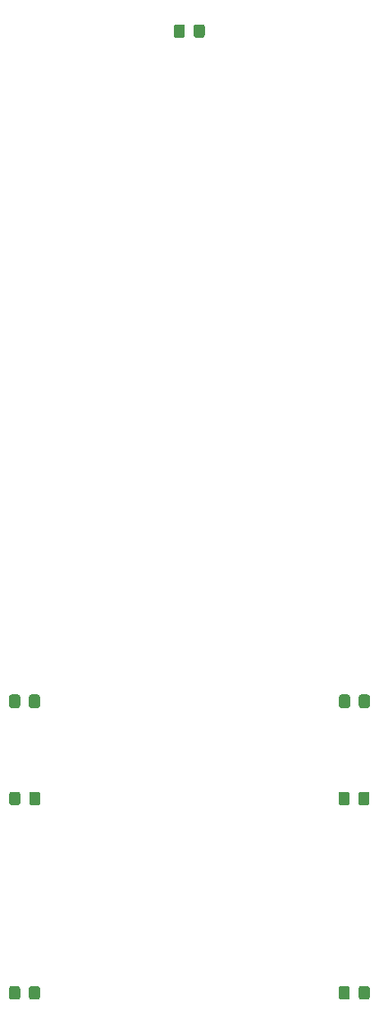
<source format=gtp>
G04 #@! TF.GenerationSoftware,KiCad,Pcbnew,(5.1.9)-1*
G04 #@! TF.CreationDate,2021-04-12T22:44:31+02:00*
G04 #@! TF.ProjectId,KicadJE_Face,4b696361-644a-4455-9f46-6163652e6b69,rev?*
G04 #@! TF.SameCoordinates,Original*
G04 #@! TF.FileFunction,Paste,Top*
G04 #@! TF.FilePolarity,Positive*
%FSLAX46Y46*%
G04 Gerber Fmt 4.6, Leading zero omitted, Abs format (unit mm)*
G04 Created by KiCad (PCBNEW (5.1.9)-1) date 2021-04-12 22:44:31*
%MOMM*%
%LPD*%
G01*
G04 APERTURE LIST*
G04 APERTURE END LIST*
G36*
G01*
X211375000Y-46450001D02*
X211375000Y-45549999D01*
G75*
G02*
X211624999Y-45300000I249999J0D01*
G01*
X212275001Y-45300000D01*
G75*
G02*
X212525000Y-45549999I0J-249999D01*
G01*
X212525000Y-46450001D01*
G75*
G02*
X212275001Y-46700000I-249999J0D01*
G01*
X211624999Y-46700000D01*
G75*
G02*
X211375000Y-46450001I0J249999D01*
G01*
G37*
G36*
G01*
X213425000Y-46450001D02*
X213425000Y-45549999D01*
G75*
G02*
X213674999Y-45300000I249999J0D01*
G01*
X214325001Y-45300000D01*
G75*
G02*
X214575000Y-45549999I0J-249999D01*
G01*
X214575000Y-46450001D01*
G75*
G02*
X214325001Y-46700000I-249999J0D01*
G01*
X213674999Y-46700000D01*
G75*
G02*
X213425000Y-46450001I0J249999D01*
G01*
G37*
G36*
G01*
X194375000Y-115450001D02*
X194375000Y-114549999D01*
G75*
G02*
X194624999Y-114300000I249999J0D01*
G01*
X195275001Y-114300000D01*
G75*
G02*
X195525000Y-114549999I0J-249999D01*
G01*
X195525000Y-115450001D01*
G75*
G02*
X195275001Y-115700000I-249999J0D01*
G01*
X194624999Y-115700000D01*
G75*
G02*
X194375000Y-115450001I0J249999D01*
G01*
G37*
G36*
G01*
X196425000Y-115450001D02*
X196425000Y-114549999D01*
G75*
G02*
X196674999Y-114300000I249999J0D01*
G01*
X197325001Y-114300000D01*
G75*
G02*
X197575000Y-114549999I0J-249999D01*
G01*
X197575000Y-115450001D01*
G75*
G02*
X197325001Y-115700000I-249999J0D01*
G01*
X196674999Y-115700000D01*
G75*
G02*
X196425000Y-115450001I0J249999D01*
G01*
G37*
G36*
G01*
X230475000Y-115450001D02*
X230475000Y-114549999D01*
G75*
G02*
X230724999Y-114300000I249999J0D01*
G01*
X231375001Y-114300000D01*
G75*
G02*
X231625000Y-114549999I0J-249999D01*
G01*
X231625000Y-115450001D01*
G75*
G02*
X231375001Y-115700000I-249999J0D01*
G01*
X230724999Y-115700000D01*
G75*
G02*
X230475000Y-115450001I0J249999D01*
G01*
G37*
G36*
G01*
X228425000Y-115450001D02*
X228425000Y-114549999D01*
G75*
G02*
X228674999Y-114300000I249999J0D01*
G01*
X229325001Y-114300000D01*
G75*
G02*
X229575000Y-114549999I0J-249999D01*
G01*
X229575000Y-115450001D01*
G75*
G02*
X229325001Y-115700000I-249999J0D01*
G01*
X228674999Y-115700000D01*
G75*
G02*
X228425000Y-115450001I0J249999D01*
G01*
G37*
G36*
G01*
X194400000Y-125450001D02*
X194400000Y-124549999D01*
G75*
G02*
X194649999Y-124300000I249999J0D01*
G01*
X195300001Y-124300000D01*
G75*
G02*
X195550000Y-124549999I0J-249999D01*
G01*
X195550000Y-125450001D01*
G75*
G02*
X195300001Y-125700000I-249999J0D01*
G01*
X194649999Y-125700000D01*
G75*
G02*
X194400000Y-125450001I0J249999D01*
G01*
G37*
G36*
G01*
X196450000Y-125450001D02*
X196450000Y-124549999D01*
G75*
G02*
X196699999Y-124300000I249999J0D01*
G01*
X197350001Y-124300000D01*
G75*
G02*
X197600000Y-124549999I0J-249999D01*
G01*
X197600000Y-125450001D01*
G75*
G02*
X197350001Y-125700000I-249999J0D01*
G01*
X196699999Y-125700000D01*
G75*
G02*
X196450000Y-125450001I0J249999D01*
G01*
G37*
G36*
G01*
X230425000Y-125450001D02*
X230425000Y-124549999D01*
G75*
G02*
X230674999Y-124300000I249999J0D01*
G01*
X231325001Y-124300000D01*
G75*
G02*
X231575000Y-124549999I0J-249999D01*
G01*
X231575000Y-125450001D01*
G75*
G02*
X231325001Y-125700000I-249999J0D01*
G01*
X230674999Y-125700000D01*
G75*
G02*
X230425000Y-125450001I0J249999D01*
G01*
G37*
G36*
G01*
X228375000Y-125450001D02*
X228375000Y-124549999D01*
G75*
G02*
X228624999Y-124300000I249999J0D01*
G01*
X229275001Y-124300000D01*
G75*
G02*
X229525000Y-124549999I0J-249999D01*
G01*
X229525000Y-125450001D01*
G75*
G02*
X229275001Y-125700000I-249999J0D01*
G01*
X228624999Y-125700000D01*
G75*
G02*
X228375000Y-125450001I0J249999D01*
G01*
G37*
G36*
G01*
X194375000Y-145450001D02*
X194375000Y-144549999D01*
G75*
G02*
X194624999Y-144300000I249999J0D01*
G01*
X195275001Y-144300000D01*
G75*
G02*
X195525000Y-144549999I0J-249999D01*
G01*
X195525000Y-145450001D01*
G75*
G02*
X195275001Y-145700000I-249999J0D01*
G01*
X194624999Y-145700000D01*
G75*
G02*
X194375000Y-145450001I0J249999D01*
G01*
G37*
G36*
G01*
X196425000Y-145450001D02*
X196425000Y-144549999D01*
G75*
G02*
X196674999Y-144300000I249999J0D01*
G01*
X197325001Y-144300000D01*
G75*
G02*
X197575000Y-144549999I0J-249999D01*
G01*
X197575000Y-145450001D01*
G75*
G02*
X197325001Y-145700000I-249999J0D01*
G01*
X196674999Y-145700000D01*
G75*
G02*
X196425000Y-145450001I0J249999D01*
G01*
G37*
G36*
G01*
X230450000Y-145450001D02*
X230450000Y-144549999D01*
G75*
G02*
X230699999Y-144300000I249999J0D01*
G01*
X231350001Y-144300000D01*
G75*
G02*
X231600000Y-144549999I0J-249999D01*
G01*
X231600000Y-145450001D01*
G75*
G02*
X231350001Y-145700000I-249999J0D01*
G01*
X230699999Y-145700000D01*
G75*
G02*
X230450000Y-145450001I0J249999D01*
G01*
G37*
G36*
G01*
X228400000Y-145450001D02*
X228400000Y-144549999D01*
G75*
G02*
X228649999Y-144300000I249999J0D01*
G01*
X229300001Y-144300000D01*
G75*
G02*
X229550000Y-144549999I0J-249999D01*
G01*
X229550000Y-145450001D01*
G75*
G02*
X229300001Y-145700000I-249999J0D01*
G01*
X228649999Y-145700000D01*
G75*
G02*
X228400000Y-145450001I0J249999D01*
G01*
G37*
M02*

</source>
